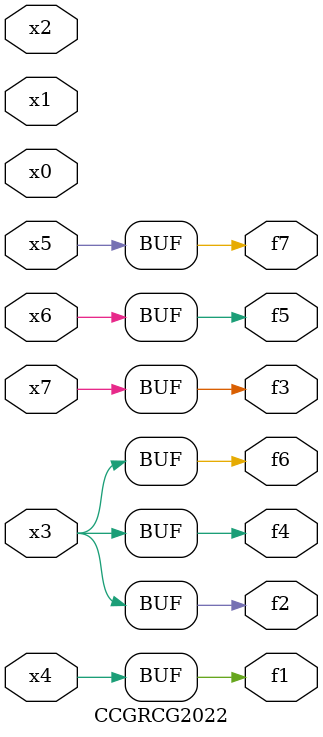
<source format=v>
module CCGRCG2022(
	input x0, x1, x2, x3, x4, x5, x6, x7,
	output f1, f2, f3, f4, f5, f6, f7
);
	assign f1 = x4;
	assign f2 = x3;
	assign f3 = x7;
	assign f4 = x3;
	assign f5 = x6;
	assign f6 = x3;
	assign f7 = x5;
endmodule

</source>
